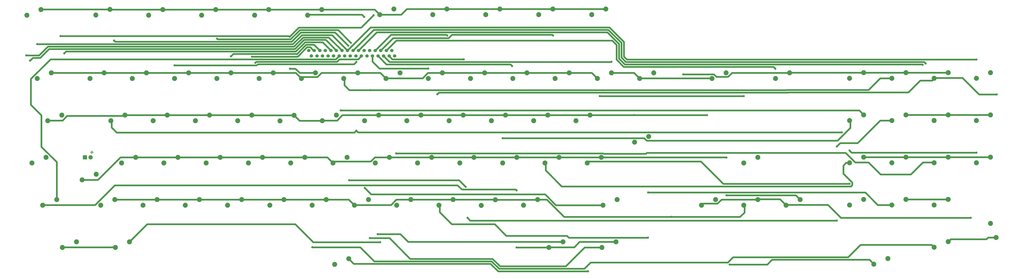
<source format=gtl>
G04 #@! TF.GenerationSoftware,KiCad,Pcbnew,6.0.1*
G04 #@! TF.CreationDate,2022-02-09T11:15:16-05:00*
G04 #@! TF.ProjectId,A1200KB,41313230-304b-4422-9e6b-696361645f70,v4a*
G04 #@! TF.SameCoordinates,Original*
G04 #@! TF.FileFunction,Copper,L1,Top*
G04 #@! TF.FilePolarity,Positive*
%FSLAX46Y46*%
G04 Gerber Fmt 4.6, Leading zero omitted, Abs format (unit mm)*
G04 Created by KiCad (PCBNEW 6.0.1) date 2022-02-09 11:15:16*
%MOMM*%
%LPD*%
G01*
G04 APERTURE LIST*
%ADD10C,0.300000*%
G04 #@! TA.AperFunction,NonConductor*
%ADD11C,0.300000*%
G04 #@! TD*
G04 #@! TA.AperFunction,ComponentPad*
%ADD12C,2.250000*%
G04 #@! TD*
G04 #@! TA.AperFunction,ComponentPad*
%ADD13R,1.905000X1.905000*%
G04 #@! TD*
G04 #@! TA.AperFunction,ComponentPad*
%ADD14C,1.905000*%
G04 #@! TD*
G04 #@! TA.AperFunction,ComponentPad*
%ADD15C,1.524000*%
G04 #@! TD*
G04 #@! TA.AperFunction,ViaPad*
%ADD16C,1.000000*%
G04 #@! TD*
G04 #@! TA.AperFunction,Conductor*
%ADD17C,0.800000*%
G04 #@! TD*
G04 APERTURE END LIST*
D10*
D11*
X86931428Y-144887142D02*
X85788571Y-144887142D01*
X86360000Y-145458571D02*
X86360000Y-144315714D01*
D12*
X63398800Y-80531600D03*
X57048800Y-83071600D03*
X94437200Y-80416400D03*
X88087200Y-82956400D03*
X118262800Y-80503600D03*
X111912800Y-83043600D03*
X142138800Y-80531600D03*
X135788800Y-83071600D03*
X166014800Y-80503600D03*
X159664800Y-83043600D03*
X189890800Y-80503600D03*
X183540800Y-83043600D03*
X222402800Y-80277600D03*
X216052800Y-82817600D03*
X246278800Y-80277600D03*
X239928800Y-82817600D03*
X270154800Y-80277600D03*
X263804800Y-82817600D03*
X294030800Y-80277600D03*
X287680800Y-82817600D03*
X317906800Y-80277600D03*
X311556800Y-82817600D03*
X372098000Y-109025600D03*
X365748000Y-111565600D03*
X434098800Y-108992000D03*
X427748800Y-111532000D03*
X453148800Y-108992000D03*
X446798800Y-111532000D03*
X472198800Y-108992000D03*
X465848800Y-111532000D03*
X491248800Y-108992000D03*
X484898800Y-111532000D03*
X434098800Y-128042000D03*
X427748800Y-130582000D03*
X453148800Y-128042000D03*
X446798800Y-130582000D03*
X472198800Y-128042000D03*
X465848800Y-130582000D03*
X491248800Y-128042000D03*
X484898800Y-130582000D03*
X386420000Y-147139600D03*
X380070000Y-149679600D03*
X434098800Y-147092000D03*
X427748800Y-149632000D03*
X453148800Y-147092000D03*
X446798800Y-149632000D03*
X472198800Y-147092000D03*
X465848800Y-149632000D03*
X491248800Y-147092000D03*
X484898800Y-149632000D03*
X367370000Y-166189600D03*
X361020000Y-168729600D03*
X386420000Y-166189600D03*
X380070000Y-168729600D03*
X405470000Y-166189600D03*
X399120000Y-168729600D03*
X434098800Y-166142000D03*
X427748800Y-168682000D03*
X453148800Y-166142000D03*
X446798800Y-168682000D03*
X472198800Y-166142000D03*
X465848800Y-168682000D03*
X493788800Y-183314000D03*
X491248800Y-176964000D03*
X438670800Y-195352000D03*
X445020800Y-192812000D03*
X472198800Y-185192000D03*
X465848800Y-187732000D03*
X400694000Y-109025600D03*
X394344000Y-111565600D03*
X72796800Y-128140400D03*
X66446800Y-130680400D03*
X195732800Y-195450400D03*
X202082800Y-192910400D03*
X148996800Y-109090400D03*
X142646800Y-111630400D03*
X91846800Y-109090400D03*
X85496800Y-111630400D03*
X244246800Y-109090400D03*
X237896800Y-111630400D03*
X206146800Y-109090400D03*
X199796800Y-111630400D03*
X110896800Y-109090400D03*
X104546800Y-111630400D03*
X282346800Y-109090400D03*
X275996800Y-111630400D03*
X168046800Y-109090400D03*
X161696800Y-111630400D03*
X225196800Y-109090400D03*
X218846800Y-111630400D03*
X187096800Y-109090400D03*
X180746800Y-111630400D03*
X129946800Y-109090400D03*
X123596800Y-111630400D03*
X337210800Y-137792400D03*
X330860800Y-140332400D03*
X239420800Y-147190400D03*
X233070800Y-149730400D03*
X263296800Y-109090400D03*
X256946800Y-111630400D03*
X106070800Y-147190400D03*
X99720800Y-149730400D03*
X125120800Y-147190400D03*
X118770800Y-149730400D03*
X315874800Y-147190400D03*
X309524800Y-149730400D03*
X201320800Y-147190400D03*
X194970800Y-149730400D03*
X220370800Y-147190400D03*
X214020800Y-149730400D03*
X310794800Y-128140400D03*
X304444800Y-130680400D03*
X296824800Y-147190400D03*
X290474800Y-149730400D03*
X277774800Y-147190400D03*
X271424800Y-149730400D03*
X144170800Y-147190400D03*
X137820800Y-149730400D03*
X258470800Y-147190400D03*
X252120800Y-149730400D03*
X182270800Y-147190400D03*
X175920800Y-149730400D03*
X163220800Y-147190400D03*
X156870800Y-149730400D03*
X101244800Y-128140400D03*
X94894800Y-130680400D03*
X215544800Y-128140400D03*
X209194800Y-130680400D03*
X196494800Y-128140400D03*
X190144800Y-130680400D03*
X253644800Y-128140400D03*
X247294800Y-130680400D03*
X339496800Y-109090400D03*
X333146800Y-111630400D03*
X139344800Y-128140400D03*
X132994800Y-130680400D03*
X320446800Y-109090400D03*
X314096800Y-111630400D03*
X291744800Y-128140400D03*
X285394800Y-130680400D03*
X234594800Y-128140400D03*
X228244800Y-130680400D03*
X120294800Y-128140400D03*
X113944800Y-130680400D03*
X177444800Y-128219200D03*
X171094800Y-130759200D03*
X301396800Y-109090400D03*
X295046800Y-111630400D03*
X158394800Y-128140400D03*
X152044800Y-130680400D03*
X272694800Y-128140400D03*
X266344800Y-130680400D03*
X322478800Y-185290400D03*
X316128800Y-187830400D03*
X103276800Y-185290400D03*
X96926800Y-187830400D03*
X298602800Y-185290400D03*
X292252800Y-187830400D03*
X70510800Y-166240400D03*
X64160800Y-168780400D03*
D13*
X83210800Y-147190400D03*
D14*
X85750800Y-147190400D03*
D12*
X81940800Y-157350400D03*
X88290800Y-154810400D03*
X68068800Y-109090400D03*
X61718800Y-111630400D03*
X79400800Y-185290400D03*
X73050800Y-187830400D03*
X322986800Y-166240400D03*
X316636800Y-168780400D03*
X65684800Y-147190400D03*
X59334800Y-149730400D03*
X115722800Y-166240400D03*
X109372800Y-168780400D03*
X134772800Y-166240400D03*
X128422800Y-168780400D03*
X230022800Y-166240400D03*
X223672800Y-168780400D03*
X268116800Y-166262400D03*
X261766800Y-168802400D03*
X191922800Y-166240400D03*
X185572800Y-168780400D03*
X96672800Y-166240400D03*
X90322800Y-168780400D03*
X287172800Y-166240400D03*
X280822800Y-168780400D03*
X249076800Y-166242400D03*
X242726800Y-168782400D03*
X153822800Y-166240400D03*
X147472800Y-168780400D03*
X172872800Y-166240400D03*
X166522800Y-168780400D03*
X210972800Y-166240400D03*
X204622800Y-168780400D03*
D15*
X184016800Y-98962400D03*
X185266800Y-101462400D03*
X186516800Y-98962400D03*
X187766800Y-101462400D03*
X189016800Y-98962400D03*
X190266800Y-101462400D03*
X191516800Y-98962400D03*
X192766800Y-101462400D03*
X194016800Y-98962400D03*
X195266800Y-101462400D03*
X196516800Y-98962400D03*
X197766800Y-101462400D03*
X199016800Y-98962400D03*
X200266800Y-101462400D03*
X201516800Y-98962400D03*
X202766800Y-101462400D03*
X204016800Y-98962400D03*
X205266800Y-101462400D03*
X206516800Y-98962400D03*
X207766800Y-101462400D03*
X209016800Y-98962400D03*
X210266800Y-101462400D03*
X211516800Y-98962400D03*
X212766800Y-101462400D03*
X214016800Y-98962400D03*
X215266800Y-101462400D03*
X216516800Y-98962400D03*
X217766800Y-101462400D03*
X219016800Y-98962400D03*
X220266800Y-101462400D03*
X221516800Y-98962400D03*
X222766800Y-101462400D03*
D16*
X352793401Y-109740599D03*
X484886000Y-103022400D03*
X61718800Y-96116800D03*
X461975200Y-104800400D03*
X96367600Y-94538800D03*
X201828400Y-96774000D03*
X205472202Y-104153798D03*
X123596800Y-105663600D03*
X223442601Y-145365399D03*
X460654400Y-105460800D03*
X142697200Y-93624400D03*
X203058400Y-95504000D03*
X159969801Y-104494999D03*
X185652701Y-187676499D03*
X175564800Y-107188000D03*
X254762000Y-160477200D03*
X255574800Y-174447200D03*
X421944800Y-175666400D03*
X421944800Y-142290800D03*
X209016800Y-83794800D03*
X202285799Y-157530601D03*
X336905600Y-183388000D03*
X336954072Y-163025900D03*
X246481600Y-92202000D03*
X271424800Y-138532000D03*
X275650226Y-106010174D03*
X309829200Y-198526400D03*
X294162113Y-92171887D03*
X427736000Y-159105600D03*
X373735600Y-195478400D03*
X320446800Y-104088800D03*
X482346000Y-174447200D03*
X394309600Y-107188000D03*
X277672800Y-162102800D03*
X277672800Y-187807600D03*
X253894799Y-102924401D03*
X209245200Y-160934400D03*
X148996400Y-101600000D03*
X380070000Y-119516800D03*
X315212899Y-119531299D03*
X424281600Y-135890000D03*
X205486000Y-135128000D03*
X427837600Y-144221200D03*
X484898800Y-145046800D03*
X211785200Y-116840000D03*
X211531200Y-183591200D03*
X330583600Y-128140400D03*
X363446000Y-128140400D03*
X215087801Y-181812599D03*
X372251901Y-164225901D03*
X372251901Y-147228899D03*
X58521600Y-103581200D03*
X347421200Y-173990000D03*
X158502962Y-101745438D03*
X198475600Y-126034800D03*
X56827610Y-101211190D03*
X216204800Y-185470800D03*
X213258400Y-83108800D03*
X72218401Y-92424399D03*
X73863200Y-100228400D03*
X237896400Y-107086400D03*
X494030000Y-118821200D03*
X241935000Y-118694200D03*
D17*
X352793401Y-109740599D02*
X352793401Y-109740599D01*
X246278800Y-80277600D02*
X228281600Y-80277600D01*
X374799002Y-109025600D02*
X372974001Y-110850601D01*
X225741600Y-82817600D02*
X216052800Y-82817600D01*
X118262800Y-80503600D02*
X94524400Y-80503600D01*
X367734003Y-110850601D02*
X366624001Y-109740599D01*
X434098800Y-108992000D02*
X400727600Y-108992000D01*
X372974001Y-110850601D02*
X367734003Y-110850601D01*
X213738800Y-80503600D02*
X216052800Y-82817600D01*
X189890800Y-80503600D02*
X213738800Y-80503600D01*
X400694000Y-109025600D02*
X374799002Y-109025600D01*
X189890800Y-80503600D02*
X166014800Y-80503600D01*
X472198800Y-108992000D02*
X453148800Y-108992000D01*
X453148800Y-108992000D02*
X434098800Y-108992000D01*
X142138800Y-80531600D02*
X118290800Y-80531600D01*
X166014800Y-80503600D02*
X142166800Y-80503600D01*
X228281600Y-80277600D02*
X225741600Y-82817600D01*
X142166800Y-80503600D02*
X142138800Y-80531600D01*
X270154800Y-80277600D02*
X246278800Y-80277600D01*
X317906800Y-80277600D02*
X294030800Y-80277600D01*
X118290800Y-80531600D02*
X118262800Y-80503600D01*
X94437200Y-80416400D02*
X63514000Y-80416400D01*
X94524400Y-80503600D02*
X94437200Y-80416400D01*
X63514000Y-80416400D02*
X63398800Y-80531600D01*
X400727600Y-108992000D02*
X400694000Y-109025600D01*
X294030800Y-80277600D02*
X270154800Y-80277600D01*
X366624001Y-109740599D02*
X352793401Y-109740599D01*
X484886000Y-103022400D02*
X484886000Y-103022400D01*
X180380287Y-92644721D02*
X176879611Y-96145397D01*
X211934800Y-88544400D02*
X319481200Y-88544400D01*
X319481200Y-88544400D02*
X326034400Y-95097600D01*
X326034400Y-101701600D02*
X327355200Y-103022400D01*
X326034400Y-95097600D02*
X326034400Y-101701600D01*
X201516800Y-98962400D02*
X211934800Y-88544400D01*
X181024658Y-92000349D02*
X180380287Y-92644721D01*
X176879611Y-96145397D02*
X61741003Y-96145397D01*
X327355200Y-103022400D02*
X484886000Y-103022400D01*
X194554749Y-92000349D02*
X181024658Y-92000349D01*
X201516800Y-98962400D02*
X194554749Y-92000349D01*
X461975200Y-104800400D02*
X461975200Y-104800400D01*
X180492400Y-90881200D02*
X176328213Y-95045387D01*
X204016800Y-98962400D02*
X213334790Y-89644410D01*
X326899561Y-104122410D02*
X461297210Y-104122410D01*
X201828400Y-96774000D02*
X196392800Y-91338400D01*
X176328213Y-95045387D02*
X96874187Y-95045387D01*
X319025562Y-89644410D02*
X324934390Y-95553238D01*
X324934390Y-95553238D02*
X324934390Y-102157239D01*
X324934390Y-102157239D02*
X326899561Y-104122410D01*
X461297210Y-104122410D02*
X461975200Y-104800400D01*
X96874187Y-95045387D02*
X96418400Y-94589600D01*
X213334790Y-89644410D02*
X319025562Y-89644410D01*
X195935600Y-90881200D02*
X180492400Y-90881200D01*
X196392800Y-91338400D02*
X195935600Y-90881200D01*
X223442601Y-145365399D02*
X223442601Y-145365399D01*
X465694899Y-149478099D02*
X460713703Y-149478099D01*
X160526002Y-105714800D02*
X123596400Y-105714800D01*
X465848800Y-149632000D02*
X465694899Y-149478099D01*
X441663703Y-154865901D02*
X436251402Y-149453600D01*
X455325901Y-154865901D02*
X441663703Y-154865901D01*
X336394574Y-145135600D02*
X335963873Y-145566301D01*
X430271402Y-149453600D02*
X425953402Y-145135600D01*
X316951703Y-145566301D02*
X316750801Y-145365399D01*
X425953402Y-145135600D02*
X336394574Y-145135600D01*
X204480541Y-105145459D02*
X189596141Y-105145459D01*
X205472202Y-104153798D02*
X204480541Y-105145459D01*
X189596141Y-105145459D02*
X189585600Y-105156000D01*
X316750801Y-145365399D02*
X223442601Y-145365399D01*
X436251402Y-149453600D02*
X430271402Y-149453600D01*
X335963873Y-145566301D02*
X316951703Y-145566301D01*
X460713703Y-149478099D02*
X455325901Y-154865901D01*
X161084802Y-105156000D02*
X160526002Y-105714800D01*
X189585600Y-105156000D02*
X161084802Y-105156000D01*
X460654400Y-105460800D02*
X460654400Y-105460800D01*
X142697200Y-93624400D02*
X142646400Y-93573600D01*
X180036761Y-89781190D02*
X179392390Y-90425562D01*
X143018177Y-93945377D02*
X142697200Y-93624400D01*
X179392390Y-90425562D02*
X175872575Y-93945377D01*
X203058400Y-95504000D02*
X197335590Y-89781190D01*
X214734780Y-90744420D02*
X318569924Y-90744420D01*
X326443922Y-105222420D02*
X460416020Y-105222420D01*
X175872575Y-93945377D02*
X143018177Y-93945377D01*
X323834380Y-96008876D02*
X323834380Y-102612878D01*
X323834380Y-102612878D02*
X326443922Y-105222420D01*
X318569924Y-90744420D02*
X323834380Y-96008876D01*
X197335590Y-89781190D02*
X180036761Y-89781190D01*
X206516800Y-98962400D02*
X214734780Y-90744420D01*
X460416020Y-105222420D02*
X460654400Y-105460800D01*
X185652701Y-187676499D02*
X185652701Y-187676499D01*
X432644999Y-186607001D02*
X464723801Y-186607001D01*
X185652701Y-187676499D02*
X207234499Y-187676499D01*
X372823198Y-194614800D02*
X311065990Y-194614800D01*
X207766800Y-101462400D02*
X206304799Y-102924401D01*
X196739400Y-104045449D02*
X160470151Y-104045449D01*
X375193208Y-192244790D02*
X427007210Y-192244790D01*
X311065990Y-194614800D02*
X308271990Y-197408800D01*
X372823198Y-194614800D02*
X375193208Y-192244790D01*
X197860447Y-102924401D02*
X196739400Y-104045449D01*
X269800370Y-197408800D02*
X266422960Y-194031389D01*
X308271990Y-197408800D02*
X269800370Y-197408800D01*
X464723801Y-186607001D02*
X465848800Y-187732000D01*
X427007210Y-192244790D02*
X432644999Y-186607001D01*
X213589389Y-194031389D02*
X207234499Y-187676499D01*
X206304799Y-102924401D02*
X197860447Y-102924401D01*
X266422960Y-194031389D02*
X213589389Y-194031389D01*
X160470151Y-104045449D02*
X159969200Y-104546400D01*
X175564800Y-107188000D02*
X175564800Y-107188000D01*
X421944800Y-142290800D02*
X421944800Y-142290800D01*
X255574800Y-174447200D02*
X255574800Y-174447200D01*
X208041699Y-82819699D02*
X209016800Y-83794800D01*
X178054000Y-107188000D02*
X175564800Y-107188000D01*
X179956400Y-109090400D02*
X178054000Y-107188000D01*
X254762000Y-160477200D02*
X251815600Y-157530800D01*
X446798800Y-130582000D02*
X441509802Y-130582000D01*
X441509802Y-130582000D02*
X431374391Y-140717411D01*
X431374391Y-140717411D02*
X423518189Y-140717411D01*
X183764701Y-82819699D02*
X208041699Y-82819699D01*
X256794000Y-175666400D02*
X255574800Y-174447200D01*
X423518189Y-140717411D02*
X421944800Y-142290800D01*
X187096800Y-109090400D02*
X179956400Y-109090400D01*
X421944800Y-175666400D02*
X256794000Y-175666400D01*
X251815600Y-157530800D02*
X202285600Y-157530800D01*
X183540800Y-83043600D02*
X183764701Y-82819699D01*
X336954072Y-163025900D02*
X336954072Y-163025900D01*
X336905600Y-183388000D02*
X336905600Y-183388000D01*
X267868400Y-177342800D02*
X248462800Y-177342800D01*
X434805900Y-163025900D02*
X336954072Y-163025900D01*
X440462000Y-168682000D02*
X434805900Y-163025900D01*
X273050000Y-182524400D02*
X267868400Y-177342800D01*
X273050000Y-182524400D02*
X300380400Y-182524400D01*
X300380400Y-182524400D02*
X301244000Y-183388000D01*
X301244000Y-183388000D02*
X336905600Y-183388000D01*
X243031801Y-171911801D02*
X243031801Y-169087401D01*
X446798800Y-168682000D02*
X440462000Y-168682000D01*
X243031801Y-169087401D02*
X242726800Y-168782400D01*
X248462800Y-177342800D02*
X243031801Y-171911801D01*
X246481600Y-92202000D02*
X246481600Y-92202000D01*
X335224797Y-138507399D02*
X271347001Y-138507399D01*
X428053801Y-133893801D02*
X422330201Y-139617401D01*
X221134770Y-91844430D02*
X246124030Y-91844430D01*
X246124030Y-91844430D02*
X246481600Y-92202000D01*
X336334799Y-139617401D02*
X335224797Y-138507399D01*
X427748800Y-130582000D02*
X428053801Y-130887001D01*
X422330201Y-139617401D02*
X336334799Y-139617401D01*
X428053801Y-130887001D02*
X428053801Y-133893801D01*
X214016800Y-98962400D02*
X221134770Y-91844430D01*
X290779801Y-153026401D02*
X290779801Y-150035401D01*
X428312001Y-160305601D02*
X298059001Y-160305601D01*
X428936001Y-158529599D02*
X428936001Y-159681601D01*
X426157810Y-149632000D02*
X424903799Y-150886011D01*
X219028812Y-105224412D02*
X274947212Y-105224412D01*
X298059001Y-160305601D02*
X290779801Y-153026401D01*
X274947212Y-105224412D02*
X275640800Y-105918000D01*
X428936001Y-159681601D02*
X428312001Y-160305601D01*
X290779801Y-150035401D02*
X290474800Y-149730400D01*
X424903799Y-154497397D02*
X428936001Y-158529599D01*
X424903799Y-150886011D02*
X424903799Y-154497397D01*
X215266800Y-101462400D02*
X219028812Y-105224412D01*
X427748800Y-149632000D02*
X426157810Y-149632000D01*
X427736000Y-159105600D02*
X427736000Y-159105600D01*
X310239799Y-149015401D02*
X360749801Y-149015401D01*
X247057601Y-93402001D02*
X248564400Y-91895202D01*
X265967321Y-195131399D02*
X269362322Y-198526400D01*
X216516800Y-98962400D02*
X222077199Y-93402001D01*
X277471598Y-91895202D02*
X277520400Y-91846400D01*
X269362322Y-198526400D02*
X309829200Y-198526400D01*
X293827200Y-91846400D02*
X294132000Y-92151200D01*
X360749801Y-149015401D02*
X370840000Y-159105600D01*
X204303799Y-195131399D02*
X202082800Y-192910400D01*
X248564400Y-91895202D02*
X277471598Y-91895202D01*
X222077199Y-93402001D02*
X247057601Y-93402001D01*
X309524800Y-149730400D02*
X310239799Y-149015401D01*
X370840000Y-159105600D02*
X427736000Y-159105600D01*
X204303799Y-195131399D02*
X265967321Y-195131399D01*
X277520400Y-91846400D02*
X293827200Y-91846400D01*
X390601200Y-195478400D02*
X373735600Y-195478400D01*
X330606800Y-109090400D02*
X333146800Y-111630400D01*
X320446800Y-109090400D02*
X330606800Y-109090400D01*
X392734800Y-193344800D02*
X390601200Y-195478400D01*
X333300701Y-111476499D02*
X365658899Y-111476499D01*
X220428802Y-104124402D02*
X320430802Y-104124402D01*
X217766800Y-101462400D02*
X220428802Y-104124402D01*
X438670800Y-195352000D02*
X436663600Y-193344800D01*
X365658899Y-111476499D02*
X365748000Y-111565600D01*
X333146800Y-111630400D02*
X333300701Y-111476499D01*
X436663600Y-193344800D02*
X392734800Y-193344800D01*
X394309600Y-107188000D02*
X394309600Y-107188000D01*
X482346000Y-174447200D02*
X482346000Y-174447200D01*
X322734370Y-103068517D02*
X325988283Y-106322430D01*
X325988283Y-106322430D02*
X393444030Y-106322430D01*
X322734370Y-96471170D02*
X322734370Y-103068517D01*
X393444030Y-106322430D02*
X394309600Y-107188000D01*
X396404800Y-166014400D02*
X386595200Y-166014400D01*
X417952899Y-168575699D02*
X423824400Y-174447200D01*
X423824400Y-174447200D02*
X482346000Y-174447200D01*
X399120000Y-168729600D02*
X396404800Y-166014400D01*
X361734999Y-168014601D02*
X361020000Y-168729600D01*
X399120000Y-168729600D02*
X399273901Y-168575699D01*
X386420000Y-166189600D02*
X370071002Y-166189600D01*
X368246001Y-168014601D02*
X361734999Y-168014601D01*
X223477189Y-94502011D02*
X247513240Y-94502011D01*
X386595200Y-166014400D02*
X386420000Y-166189600D01*
X247513240Y-94502011D02*
X320765211Y-94502011D01*
X399273901Y-168575699D02*
X417952899Y-168575699D01*
X370071002Y-166189600D02*
X368246001Y-168014601D01*
X219016800Y-98962400D02*
X223477189Y-94502011D01*
X320765211Y-94502011D02*
X322734370Y-96471170D01*
X253894799Y-102924401D02*
X253894799Y-102924401D01*
X73050800Y-187830400D02*
X73204701Y-187676499D01*
X306047200Y-185290400D02*
X303661101Y-187676499D01*
X303661101Y-187676499D02*
X292406701Y-187676499D01*
X221728801Y-102924401D02*
X253894799Y-102924401D01*
X64314701Y-168626499D02*
X87775699Y-168626499D01*
X220266800Y-101462400D02*
X221728801Y-102924401D01*
X73204701Y-187676499D02*
X96772899Y-187676499D01*
X96667799Y-159734399D02*
X251123599Y-159734399D01*
X96772899Y-187676499D02*
X96926800Y-187830400D01*
X64160800Y-168780400D02*
X64314701Y-168626499D01*
X277247201Y-161677201D02*
X277622000Y-162052000D01*
X251123599Y-159734399D02*
X253066401Y-161677201D01*
X253066401Y-161677201D02*
X277247201Y-161677201D01*
X292252800Y-187830400D02*
X277644800Y-187830400D01*
X322478800Y-185290400D02*
X306047200Y-185290400D01*
X292406701Y-187676499D02*
X292252800Y-187830400D01*
X87775699Y-168626499D02*
X96667799Y-159734399D01*
X209245200Y-160934400D02*
X212191600Y-163880800D01*
X290525200Y-163880800D02*
X295424800Y-168780400D01*
X212191600Y-163880800D02*
X290525200Y-163880800D01*
X295424800Y-168780400D02*
X316636800Y-168780400D01*
X148996400Y-101600000D02*
X148996400Y-101600000D01*
X216306800Y-109090400D02*
X218846800Y-111630400D01*
X219000701Y-111476499D02*
X235349699Y-111476499D01*
X110896800Y-109090400D02*
X129946800Y-109090400D01*
X186454789Y-96400389D02*
X182847211Y-96400389D01*
X181461799Y-110915401D02*
X180746800Y-111630400D01*
X263296800Y-109090400D02*
X282346800Y-109090400D01*
X148996800Y-109090400D02*
X168046800Y-109090400D01*
X182847211Y-96400389D02*
X178602172Y-100645428D01*
X178206800Y-109090400D02*
X180746800Y-111630400D01*
X68068800Y-109090400D02*
X91846800Y-109090400D01*
X187972801Y-110915401D02*
X181461799Y-110915401D01*
X235349699Y-111476499D02*
X237735798Y-109090400D01*
X315212899Y-119531299D02*
X380055501Y-119531299D01*
X150050963Y-100545437D02*
X148996400Y-101600000D01*
X178602172Y-100645428D02*
X178502181Y-100545437D01*
X237735798Y-109090400D02*
X244246800Y-109090400D01*
X301396800Y-109090400D02*
X311556800Y-109090400D01*
X168046800Y-109090400D02*
X178206800Y-109090400D01*
X91846800Y-109090400D02*
X110896800Y-109090400D01*
X206146800Y-109090400D02*
X216306800Y-109090400D01*
X189797802Y-109090400D02*
X187972801Y-110915401D01*
X178502181Y-100545437D02*
X150050963Y-100545437D01*
X311556800Y-109090400D02*
X314096800Y-111630400D01*
X206146800Y-109090400D02*
X189797802Y-109090400D01*
X189016800Y-98962400D02*
X186454789Y-96400389D01*
X218846800Y-111630400D02*
X219000701Y-111476499D01*
X282346800Y-109090400D02*
X301396800Y-109090400D01*
X380055501Y-119531299D02*
X380070000Y-119516800D01*
X129946800Y-109090400D02*
X148996800Y-109090400D01*
X244246800Y-109090400D02*
X263296800Y-109090400D01*
X427837600Y-144221200D02*
X427837600Y-144221200D01*
X205486000Y-135128000D02*
X205486000Y-135128000D01*
X338033703Y-135914301D02*
X206272301Y-135914301D01*
X428663200Y-145046800D02*
X427837600Y-144221200D01*
X427837600Y-144221200D02*
X427583600Y-143967200D01*
X484898800Y-145046800D02*
X428663200Y-145046800D01*
X205486000Y-135128000D02*
X204620899Y-135993101D01*
X97490527Y-135993101D02*
X95199801Y-133702375D01*
X204620899Y-135993101D02*
X97490527Y-135993101D01*
X338033703Y-135914301D02*
X424255101Y-135914301D01*
X95199801Y-130985401D02*
X94894800Y-130680400D01*
X95199801Y-133702375D02*
X95199801Y-130985401D01*
X206272301Y-135914301D02*
X205486000Y-135128000D01*
X202313727Y-116864301D02*
X200101801Y-114652375D01*
X200101801Y-111935401D02*
X199796800Y-111630400D01*
X436252602Y-116789200D02*
X399457374Y-116789200D01*
X446798800Y-111532000D02*
X441509802Y-111532000D01*
X399382273Y-116864301D02*
X202313727Y-116864301D01*
X399457374Y-116789200D02*
X399382273Y-116864301D01*
X200101801Y-114652375D02*
X200101801Y-111935401D01*
X441509802Y-111532000D02*
X436252602Y-116789200D01*
X299854810Y-196308790D02*
X308333200Y-187830400D01*
X266878599Y-192931379D02*
X270256010Y-196308790D01*
X218389200Y-183591200D02*
X217932000Y-183591200D01*
X270256010Y-196308790D02*
X299854810Y-196308790D01*
X308333200Y-187830400D02*
X316128800Y-187830400D01*
X217932000Y-183591200D02*
X220421200Y-183591200D01*
X229761379Y-192931379D02*
X266878599Y-192931379D01*
X220421200Y-183591200D02*
X229761379Y-192931379D01*
X217932000Y-183591200D02*
X211531200Y-183591200D01*
X363446000Y-128140400D02*
X363446000Y-128140400D01*
X330583600Y-128140400D02*
X363446000Y-128140400D01*
X158394800Y-128140400D02*
X139344800Y-128140400D01*
X101244800Y-128140400D02*
X100925799Y-128459401D01*
X179906000Y-130680400D02*
X177444800Y-128219200D01*
X100925799Y-128459401D02*
X75178801Y-128459401D01*
X190298701Y-130526499D02*
X190144800Y-130680400D01*
X291744800Y-128140400D02*
X272694800Y-128140400D01*
X215544800Y-128140400D02*
X199195802Y-128140400D01*
X73111703Y-130526499D02*
X66600701Y-130526499D01*
X75178801Y-128459401D02*
X73111703Y-130526499D01*
X310794800Y-128140400D02*
X291744800Y-128140400D01*
X253644800Y-128140400D02*
X234594800Y-128140400D01*
X177444800Y-128219200D02*
X158473600Y-128219200D01*
X120294800Y-128140400D02*
X101244800Y-128140400D01*
X272694800Y-128140400D02*
X253644800Y-128140400D01*
X158473600Y-128219200D02*
X158394800Y-128140400D01*
X196809703Y-130526499D02*
X190298701Y-130526499D01*
X139344800Y-128140400D02*
X120294800Y-128140400D01*
X310794800Y-128140400D02*
X330583600Y-128140400D01*
X66600701Y-130526499D02*
X66446800Y-130680400D01*
X234594800Y-128140400D02*
X215544800Y-128140400D01*
X199195802Y-128140400D02*
X196809703Y-130526499D01*
X190144800Y-130680400D02*
X179906000Y-130680400D01*
X225348199Y-181812599D02*
X215087801Y-181812599D01*
X228826000Y-185290400D02*
X225348199Y-181812599D01*
X298602800Y-185290400D02*
X228826000Y-185290400D01*
X89029600Y-157350400D02*
X81940800Y-157350400D01*
X163220800Y-147190400D02*
X182270800Y-147190400D01*
X277774800Y-147190400D02*
X296824800Y-147190400D01*
X403506301Y-164225901D02*
X405470000Y-166189600D01*
X192430800Y-147190400D02*
X194970800Y-149730400D01*
X106070800Y-147190400D02*
X125120800Y-147190400D01*
X212034797Y-149015401D02*
X213859798Y-147190400D01*
X106070800Y-147190400D02*
X99189600Y-147190400D01*
X296824800Y-147190400D02*
X315874800Y-147190400D01*
X239420800Y-147190400D02*
X258470800Y-147190400D01*
X182270800Y-147190400D02*
X192430800Y-147190400D01*
X194970800Y-149730400D02*
X195685799Y-149015401D01*
X125120800Y-147190400D02*
X144170800Y-147190400D01*
X144170800Y-147190400D02*
X163220800Y-147190400D01*
X258470800Y-147190400D02*
X277774800Y-147190400D01*
X213859798Y-147190400D02*
X220370800Y-147190400D01*
X220370800Y-147190400D02*
X239420800Y-147190400D01*
X99189600Y-147190400D02*
X89029600Y-157350400D01*
X195685799Y-149015401D02*
X212034797Y-149015401D01*
X372251901Y-164225901D02*
X403506301Y-164225901D01*
X315874800Y-147190400D02*
X372234400Y-147190400D01*
X181935935Y-94200369D02*
X177790887Y-98345417D01*
X59791600Y-102311200D02*
X58521600Y-103581200D01*
X196516800Y-98962400D02*
X191754769Y-94200369D01*
X177790887Y-98345417D02*
X67019840Y-98345417D01*
X67019840Y-98345417D02*
X63054057Y-102311200D01*
X191754769Y-94200369D02*
X181935935Y-94200369D01*
X63054057Y-102311200D02*
X59791600Y-102311200D01*
X158502962Y-101745438D02*
X158502962Y-101745438D01*
X287150800Y-166262400D02*
X287172800Y-166240400D01*
X96672800Y-166240400D02*
X115722800Y-166240400D01*
X186516800Y-98962400D02*
X186180562Y-98962400D01*
X153822800Y-166240400D02*
X172872800Y-166240400D01*
X172872800Y-166240400D02*
X191922800Y-166240400D01*
X184718561Y-97500399D02*
X183315039Y-97500399D01*
X204776701Y-168626499D02*
X221125699Y-168626499D01*
X183315039Y-97500399D02*
X179070000Y-101745438D01*
X134772800Y-166240400D02*
X153822800Y-166240400D01*
X380375001Y-169034601D02*
X380070000Y-168729600D01*
X249074800Y-166240400D02*
X249076800Y-166242400D01*
X204622800Y-168780400D02*
X204776701Y-168626499D01*
X221125699Y-168626499D02*
X223511798Y-166240400D01*
X287172800Y-166240400D02*
X291329152Y-166240400D01*
X191922800Y-166240400D02*
X202082800Y-166240400D01*
X268116800Y-166262400D02*
X287150800Y-166262400D01*
X299103053Y-174014301D02*
X378386301Y-174014301D01*
X202082800Y-166240400D02*
X204622800Y-168780400D01*
X378386301Y-174014301D02*
X380375001Y-172025601D01*
X291329152Y-166240400D02*
X299103053Y-174014301D01*
X223511798Y-166240400D02*
X230022800Y-166240400D01*
X179070000Y-101745438D02*
X158502962Y-101745438D01*
X115722800Y-166240400D02*
X134772800Y-166240400D01*
X268096800Y-166242400D02*
X268116800Y-166262400D01*
X186180562Y-98962400D02*
X184718561Y-97500399D01*
X230022800Y-166240400D02*
X249074800Y-166240400D01*
X380375001Y-172025601D02*
X380375001Y-169034601D01*
X249076800Y-166242400D02*
X268096800Y-166242400D01*
X196283761Y-102945439D02*
X67702759Y-102945439D01*
X58873799Y-111774399D02*
X58873799Y-123467127D01*
X70510800Y-149315398D02*
X70510800Y-166240400D01*
X197766800Y-101462400D02*
X196283761Y-102945439D01*
X63601799Y-142406397D02*
X70510800Y-149315398D01*
X58873799Y-123467127D02*
X63601799Y-128195127D01*
X63601799Y-128195127D02*
X63601799Y-142406397D01*
X67702759Y-102945439D02*
X58873799Y-111774399D01*
X493788800Y-183314000D02*
X490155774Y-183314000D01*
X453148800Y-147092000D02*
X434098800Y-147092000D01*
X473323799Y-184067001D02*
X472198800Y-185192000D01*
X472198800Y-166142000D02*
X453148800Y-166142000D01*
X491248800Y-128042000D02*
X472198800Y-128042000D01*
X472198800Y-147092000D02*
X453148800Y-147092000D01*
X198475600Y-126034800D02*
X432091600Y-126034800D01*
X432091600Y-126034800D02*
X434098800Y-128042000D01*
X489402773Y-184067001D02*
X473323799Y-184067001D01*
X490155774Y-183314000D02*
X489402773Y-184067001D01*
X472198800Y-128042000D02*
X453148800Y-128042000D01*
X491248800Y-147092000D02*
X472198800Y-147092000D01*
X56827610Y-101211190D02*
X56827610Y-101211190D01*
X62568010Y-101211190D02*
X56827610Y-101211190D01*
X181480297Y-93100359D02*
X177335249Y-97245407D01*
X193154759Y-93100359D02*
X181480297Y-93100359D01*
X177335249Y-97245407D02*
X66533793Y-97245407D01*
X199016800Y-98962400D02*
X193154759Y-93100359D01*
X66533793Y-97245407D02*
X62568010Y-101211190D01*
X186082398Y-185470800D02*
X177954398Y-177342800D01*
X177954398Y-177342800D02*
X111224400Y-177342800D01*
X216204800Y-185470800D02*
X186082398Y-185470800D01*
X111224400Y-177342800D02*
X103276800Y-185290400D01*
X174995968Y-92424399D02*
X141763601Y-92424399D01*
X175416936Y-92845367D02*
X174995968Y-92424399D01*
X179581121Y-88681182D02*
X175416936Y-92845367D01*
X141763601Y-92424399D02*
X72218401Y-92424399D01*
X207686020Y-88681180D02*
X180492399Y-88681180D01*
X180492399Y-88681180D02*
X179581121Y-88681182D01*
X213258400Y-83108800D02*
X207686020Y-88681180D01*
X181747201Y-95944751D02*
X178246525Y-99445427D01*
X182391572Y-95300379D02*
X181747201Y-95944751D01*
X178246525Y-99445427D02*
X74646173Y-99445427D01*
X74646173Y-99445427D02*
X73863200Y-100228400D01*
X190354779Y-95300379D02*
X182391572Y-95300379D01*
X194016800Y-98962400D02*
X190354779Y-95300379D01*
X494030000Y-118821200D02*
X494030000Y-118821200D01*
X237896400Y-107086400D02*
X237896400Y-107086400D01*
X242715689Y-117964311D02*
X241960400Y-118719600D01*
X212766800Y-101462400D02*
X212766800Y-103953200D01*
X215900000Y-107086400D02*
X237896400Y-107086400D01*
X212766800Y-103953200D02*
X215900000Y-107086400D01*
X464946601Y-112496999D02*
X459594803Y-112496999D01*
X459594803Y-112496999D02*
X454202592Y-117889210D01*
X399837912Y-117964311D02*
X242715689Y-117964311D01*
X465848800Y-111594800D02*
X464946601Y-112496999D01*
X466002701Y-111378099D02*
X478603897Y-111378099D01*
X486046998Y-118821200D02*
X494030000Y-118821200D01*
X478603897Y-111378099D02*
X486046998Y-118821200D01*
X465848800Y-111532000D02*
X465848800Y-111594800D01*
X399913013Y-117889210D02*
X399837912Y-117964311D01*
X454202592Y-117889210D02*
X399913013Y-117889210D01*
X465848800Y-111532000D02*
X466002701Y-111378099D01*
M02*

</source>
